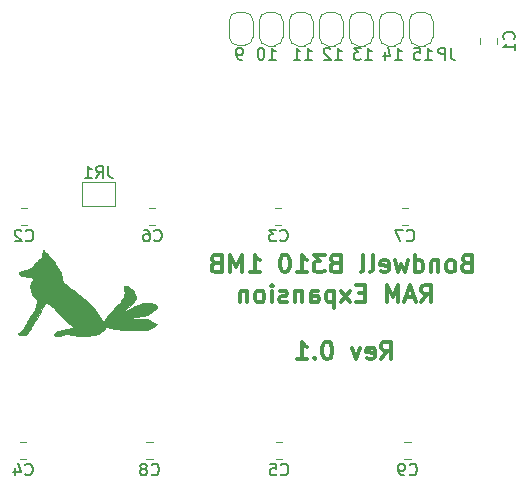
<source format=gbr>
%TF.GenerationSoftware,KiCad,Pcbnew,5.1.10*%
%TF.CreationDate,2021-12-22T00:08:39-07:00*%
%TF.ProjectId,Bondwell1MB,426f6e64-7765-46c6-9c31-4d422e6b6963,rev?*%
%TF.SameCoordinates,Original*%
%TF.FileFunction,Legend,Bot*%
%TF.FilePolarity,Positive*%
%FSLAX46Y46*%
G04 Gerber Fmt 4.6, Leading zero omitted, Abs format (unit mm)*
G04 Created by KiCad (PCBNEW 5.1.10) date 2021-12-22 00:08:39*
%MOMM*%
%LPD*%
G01*
G04 APERTURE LIST*
%ADD10C,0.300000*%
%ADD11C,0.150000*%
%ADD12C,0.010000*%
%ADD13C,0.120000*%
G04 APERTURE END LIST*
D10*
X112835142Y-102278571D02*
X113335142Y-101564285D01*
X113692285Y-102278571D02*
X113692285Y-100778571D01*
X113120857Y-100778571D01*
X112978000Y-100850000D01*
X112906571Y-100921428D01*
X112835142Y-101064285D01*
X112835142Y-101278571D01*
X112906571Y-101421428D01*
X112978000Y-101492857D01*
X113120857Y-101564285D01*
X113692285Y-101564285D01*
X111620857Y-102207142D02*
X111763714Y-102278571D01*
X112049428Y-102278571D01*
X112192285Y-102207142D01*
X112263714Y-102064285D01*
X112263714Y-101492857D01*
X112192285Y-101350000D01*
X112049428Y-101278571D01*
X111763714Y-101278571D01*
X111620857Y-101350000D01*
X111549428Y-101492857D01*
X111549428Y-101635714D01*
X112263714Y-101778571D01*
X111049428Y-101278571D02*
X110692285Y-102278571D01*
X110335142Y-101278571D01*
X108335142Y-100778571D02*
X108192285Y-100778571D01*
X108049428Y-100850000D01*
X107978000Y-100921428D01*
X107906571Y-101064285D01*
X107835142Y-101350000D01*
X107835142Y-101707142D01*
X107906571Y-101992857D01*
X107978000Y-102135714D01*
X108049428Y-102207142D01*
X108192285Y-102278571D01*
X108335142Y-102278571D01*
X108478000Y-102207142D01*
X108549428Y-102135714D01*
X108620857Y-101992857D01*
X108692285Y-101707142D01*
X108692285Y-101350000D01*
X108620857Y-101064285D01*
X108549428Y-100921428D01*
X108478000Y-100850000D01*
X108335142Y-100778571D01*
X107192285Y-102135714D02*
X107120857Y-102207142D01*
X107192285Y-102278571D01*
X107263714Y-102207142D01*
X107192285Y-102135714D01*
X107192285Y-102278571D01*
X105692285Y-102278571D02*
X106549428Y-102278571D01*
X106120857Y-102278571D02*
X106120857Y-100778571D01*
X106263714Y-100992857D01*
X106406571Y-101135714D01*
X106549428Y-101207142D01*
X120037428Y-94121857D02*
X119823142Y-94193285D01*
X119751714Y-94264714D01*
X119680285Y-94407571D01*
X119680285Y-94621857D01*
X119751714Y-94764714D01*
X119823142Y-94836142D01*
X119966000Y-94907571D01*
X120537428Y-94907571D01*
X120537428Y-93407571D01*
X120037428Y-93407571D01*
X119894571Y-93479000D01*
X119823142Y-93550428D01*
X119751714Y-93693285D01*
X119751714Y-93836142D01*
X119823142Y-93979000D01*
X119894571Y-94050428D01*
X120037428Y-94121857D01*
X120537428Y-94121857D01*
X118823142Y-94907571D02*
X118966000Y-94836142D01*
X119037428Y-94764714D01*
X119108857Y-94621857D01*
X119108857Y-94193285D01*
X119037428Y-94050428D01*
X118966000Y-93979000D01*
X118823142Y-93907571D01*
X118608857Y-93907571D01*
X118466000Y-93979000D01*
X118394571Y-94050428D01*
X118323142Y-94193285D01*
X118323142Y-94621857D01*
X118394571Y-94764714D01*
X118466000Y-94836142D01*
X118608857Y-94907571D01*
X118823142Y-94907571D01*
X117680285Y-93907571D02*
X117680285Y-94907571D01*
X117680285Y-94050428D02*
X117608857Y-93979000D01*
X117466000Y-93907571D01*
X117251714Y-93907571D01*
X117108857Y-93979000D01*
X117037428Y-94121857D01*
X117037428Y-94907571D01*
X115680285Y-94907571D02*
X115680285Y-93407571D01*
X115680285Y-94836142D02*
X115823142Y-94907571D01*
X116108857Y-94907571D01*
X116251714Y-94836142D01*
X116323142Y-94764714D01*
X116394571Y-94621857D01*
X116394571Y-94193285D01*
X116323142Y-94050428D01*
X116251714Y-93979000D01*
X116108857Y-93907571D01*
X115823142Y-93907571D01*
X115680285Y-93979000D01*
X115108857Y-93907571D02*
X114823142Y-94907571D01*
X114537428Y-94193285D01*
X114251714Y-94907571D01*
X113966000Y-93907571D01*
X112823142Y-94836142D02*
X112966000Y-94907571D01*
X113251714Y-94907571D01*
X113394571Y-94836142D01*
X113466000Y-94693285D01*
X113466000Y-94121857D01*
X113394571Y-93979000D01*
X113251714Y-93907571D01*
X112966000Y-93907571D01*
X112823142Y-93979000D01*
X112751714Y-94121857D01*
X112751714Y-94264714D01*
X113466000Y-94407571D01*
X111894571Y-94907571D02*
X112037428Y-94836142D01*
X112108857Y-94693285D01*
X112108857Y-93407571D01*
X111108857Y-94907571D02*
X111251714Y-94836142D01*
X111323142Y-94693285D01*
X111323142Y-93407571D01*
X108894571Y-94121857D02*
X108680285Y-94193285D01*
X108608857Y-94264714D01*
X108537428Y-94407571D01*
X108537428Y-94621857D01*
X108608857Y-94764714D01*
X108680285Y-94836142D01*
X108823142Y-94907571D01*
X109394571Y-94907571D01*
X109394571Y-93407571D01*
X108894571Y-93407571D01*
X108751714Y-93479000D01*
X108680285Y-93550428D01*
X108608857Y-93693285D01*
X108608857Y-93836142D01*
X108680285Y-93979000D01*
X108751714Y-94050428D01*
X108894571Y-94121857D01*
X109394571Y-94121857D01*
X108037428Y-93407571D02*
X107108857Y-93407571D01*
X107608857Y-93979000D01*
X107394571Y-93979000D01*
X107251714Y-94050428D01*
X107180285Y-94121857D01*
X107108857Y-94264714D01*
X107108857Y-94621857D01*
X107180285Y-94764714D01*
X107251714Y-94836142D01*
X107394571Y-94907571D01*
X107823142Y-94907571D01*
X107966000Y-94836142D01*
X108037428Y-94764714D01*
X105680285Y-94907571D02*
X106537428Y-94907571D01*
X106108857Y-94907571D02*
X106108857Y-93407571D01*
X106251714Y-93621857D01*
X106394571Y-93764714D01*
X106537428Y-93836142D01*
X104751714Y-93407571D02*
X104608857Y-93407571D01*
X104466000Y-93479000D01*
X104394571Y-93550428D01*
X104323142Y-93693285D01*
X104251714Y-93979000D01*
X104251714Y-94336142D01*
X104323142Y-94621857D01*
X104394571Y-94764714D01*
X104466000Y-94836142D01*
X104608857Y-94907571D01*
X104751714Y-94907571D01*
X104894571Y-94836142D01*
X104966000Y-94764714D01*
X105037428Y-94621857D01*
X105108857Y-94336142D01*
X105108857Y-93979000D01*
X105037428Y-93693285D01*
X104966000Y-93550428D01*
X104894571Y-93479000D01*
X104751714Y-93407571D01*
X101680285Y-94907571D02*
X102537428Y-94907571D01*
X102108857Y-94907571D02*
X102108857Y-93407571D01*
X102251714Y-93621857D01*
X102394571Y-93764714D01*
X102537428Y-93836142D01*
X101037428Y-94907571D02*
X101037428Y-93407571D01*
X100537428Y-94479000D01*
X100037428Y-93407571D01*
X100037428Y-94907571D01*
X98823142Y-94121857D02*
X98608857Y-94193285D01*
X98537428Y-94264714D01*
X98466000Y-94407571D01*
X98466000Y-94621857D01*
X98537428Y-94764714D01*
X98608857Y-94836142D01*
X98751714Y-94907571D01*
X99323142Y-94907571D01*
X99323142Y-93407571D01*
X98823142Y-93407571D01*
X98680285Y-93479000D01*
X98608857Y-93550428D01*
X98537428Y-93693285D01*
X98537428Y-93836142D01*
X98608857Y-93979000D01*
X98680285Y-94050428D01*
X98823142Y-94121857D01*
X99323142Y-94121857D01*
X116216000Y-97457571D02*
X116716000Y-96743285D01*
X117073142Y-97457571D02*
X117073142Y-95957571D01*
X116501714Y-95957571D01*
X116358857Y-96029000D01*
X116287428Y-96100428D01*
X116216000Y-96243285D01*
X116216000Y-96457571D01*
X116287428Y-96600428D01*
X116358857Y-96671857D01*
X116501714Y-96743285D01*
X117073142Y-96743285D01*
X115644571Y-97029000D02*
X114930285Y-97029000D01*
X115787428Y-97457571D02*
X115287428Y-95957571D01*
X114787428Y-97457571D01*
X114287428Y-97457571D02*
X114287428Y-95957571D01*
X113787428Y-97029000D01*
X113287428Y-95957571D01*
X113287428Y-97457571D01*
X111430285Y-96671857D02*
X110930285Y-96671857D01*
X110716000Y-97457571D02*
X111430285Y-97457571D01*
X111430285Y-95957571D01*
X110716000Y-95957571D01*
X110216000Y-97457571D02*
X109430285Y-96457571D01*
X110216000Y-96457571D02*
X109430285Y-97457571D01*
X108858857Y-96457571D02*
X108858857Y-97957571D01*
X108858857Y-96529000D02*
X108716000Y-96457571D01*
X108430285Y-96457571D01*
X108287428Y-96529000D01*
X108216000Y-96600428D01*
X108144571Y-96743285D01*
X108144571Y-97171857D01*
X108216000Y-97314714D01*
X108287428Y-97386142D01*
X108430285Y-97457571D01*
X108716000Y-97457571D01*
X108858857Y-97386142D01*
X106858857Y-97457571D02*
X106858857Y-96671857D01*
X106930285Y-96529000D01*
X107073142Y-96457571D01*
X107358857Y-96457571D01*
X107501714Y-96529000D01*
X106858857Y-97386142D02*
X107001714Y-97457571D01*
X107358857Y-97457571D01*
X107501714Y-97386142D01*
X107573142Y-97243285D01*
X107573142Y-97100428D01*
X107501714Y-96957571D01*
X107358857Y-96886142D01*
X107001714Y-96886142D01*
X106858857Y-96814714D01*
X106144571Y-96457571D02*
X106144571Y-97457571D01*
X106144571Y-96600428D02*
X106073142Y-96529000D01*
X105930285Y-96457571D01*
X105716000Y-96457571D01*
X105573142Y-96529000D01*
X105501714Y-96671857D01*
X105501714Y-97457571D01*
X104858857Y-97386142D02*
X104716000Y-97457571D01*
X104430285Y-97457571D01*
X104287428Y-97386142D01*
X104216000Y-97243285D01*
X104216000Y-97171857D01*
X104287428Y-97029000D01*
X104430285Y-96957571D01*
X104644571Y-96957571D01*
X104787428Y-96886142D01*
X104858857Y-96743285D01*
X104858857Y-96671857D01*
X104787428Y-96529000D01*
X104644571Y-96457571D01*
X104430285Y-96457571D01*
X104287428Y-96529000D01*
X103573142Y-97457571D02*
X103573142Y-96457571D01*
X103573142Y-95957571D02*
X103644571Y-96029000D01*
X103573142Y-96100428D01*
X103501714Y-96029000D01*
X103573142Y-95957571D01*
X103573142Y-96100428D01*
X102644571Y-97457571D02*
X102787428Y-97386142D01*
X102858857Y-97314714D01*
X102930285Y-97171857D01*
X102930285Y-96743285D01*
X102858857Y-96600428D01*
X102787428Y-96529000D01*
X102644571Y-96457571D01*
X102430285Y-96457571D01*
X102287428Y-96529000D01*
X102216000Y-96600428D01*
X102144571Y-96743285D01*
X102144571Y-97171857D01*
X102216000Y-97314714D01*
X102287428Y-97386142D01*
X102430285Y-97457571D01*
X102644571Y-97457571D01*
X101501714Y-96457571D02*
X101501714Y-97457571D01*
X101501714Y-96600428D02*
X101430285Y-96529000D01*
X101287428Y-96457571D01*
X101073142Y-96457571D01*
X100930285Y-96529000D01*
X100858857Y-96671857D01*
X100858857Y-97457571D01*
D11*
X118721142Y-75906380D02*
X118721142Y-76620666D01*
X118768761Y-76763523D01*
X118864000Y-76858761D01*
X119006857Y-76906380D01*
X119102095Y-76906380D01*
X118244952Y-76906380D02*
X118244952Y-75906380D01*
X117864000Y-75906380D01*
X117768761Y-75954000D01*
X117721142Y-76001619D01*
X117673523Y-76096857D01*
X117673523Y-76239714D01*
X117721142Y-76334952D01*
X117768761Y-76382571D01*
X117864000Y-76430190D01*
X118244952Y-76430190D01*
D12*
%TO.C,REF\u002A\u002A*%
G36*
X84198541Y-93067336D02*
G01*
X84176334Y-93142840D01*
X84162888Y-93223534D01*
X84146310Y-93359913D01*
X84129554Y-93498703D01*
X84122358Y-93558714D01*
X84106579Y-93652237D01*
X84080264Y-93700558D01*
X84031043Y-93722915D01*
X84014425Y-93726559D01*
X83953613Y-93757929D01*
X83863823Y-93827273D01*
X83757091Y-93922832D01*
X83645456Y-94032844D01*
X83540955Y-94145549D01*
X83455626Y-94249185D01*
X83409055Y-94318011D01*
X83346938Y-94422170D01*
X83297489Y-94487385D01*
X83243339Y-94531752D01*
X83167120Y-94573369D01*
X83161147Y-94576332D01*
X83035730Y-94630694D01*
X82873653Y-94690353D01*
X82696688Y-94748338D01*
X82526607Y-94797674D01*
X82385182Y-94831389D01*
X82341032Y-94839006D01*
X82249379Y-94856606D01*
X82203808Y-94883553D01*
X82186022Y-94932508D01*
X82184002Y-94947646D01*
X82200942Y-95052013D01*
X82274988Y-95134360D01*
X82401430Y-95190963D01*
X82520210Y-95213456D01*
X82693280Y-95236534D01*
X82878087Y-95267150D01*
X83057514Y-95301885D01*
X83214444Y-95337319D01*
X83331761Y-95370034D01*
X83365487Y-95382299D01*
X83473126Y-95426743D01*
X83326508Y-95583490D01*
X83247203Y-95672636D01*
X83196809Y-95747324D01*
X83164748Y-95830447D01*
X83140444Y-95944897D01*
X83129765Y-96009308D01*
X83124755Y-96142223D01*
X83141469Y-96309771D01*
X83175872Y-96487485D01*
X83223931Y-96650900D01*
X83243960Y-96701896D01*
X83300482Y-96803510D01*
X83386001Y-96923591D01*
X83482330Y-97036676D01*
X83485406Y-97039914D01*
X83575288Y-97137827D01*
X83628006Y-97209322D01*
X83653219Y-97272301D01*
X83660582Y-97344661D01*
X83660766Y-97364946D01*
X83650267Y-97475826D01*
X83623264Y-97610622D01*
X83598828Y-97697732D01*
X83561270Y-97823764D01*
X83530070Y-97945651D01*
X83516668Y-98010822D01*
X83487179Y-98096613D01*
X83424072Y-98220179D01*
X83334064Y-98369002D01*
X83283114Y-98445974D01*
X83117592Y-98690089D01*
X82984808Y-98887939D01*
X82880641Y-99046150D01*
X82800971Y-99171345D01*
X82741675Y-99270151D01*
X82698632Y-99349191D01*
X82667721Y-99415091D01*
X82646820Y-99468775D01*
X82559198Y-99671360D01*
X82457504Y-99817945D01*
X82335662Y-99916500D01*
X82286584Y-99941366D01*
X82173351Y-100008517D01*
X82117743Y-100078113D01*
X82118974Y-100141216D01*
X82176256Y-100188887D01*
X82288805Y-100212188D01*
X82310493Y-100213030D01*
X82431594Y-100220275D01*
X82549082Y-100234452D01*
X82567876Y-100237726D01*
X82667816Y-100243124D01*
X82747963Y-100208276D01*
X82766026Y-100194814D01*
X82840263Y-100119088D01*
X82933130Y-99997986D01*
X83035723Y-99844424D01*
X83139140Y-99671318D01*
X83186881Y-99584285D01*
X83258501Y-99457925D01*
X83338382Y-99328963D01*
X83383055Y-99262656D01*
X83464427Y-99147908D01*
X83553767Y-99021963D01*
X83588824Y-98972554D01*
X83727404Y-98758297D01*
X83869900Y-98504097D01*
X84004101Y-98232427D01*
X84063513Y-98098851D01*
X84169739Y-97867360D01*
X84265875Y-97693125D01*
X84350804Y-97577833D01*
X84423410Y-97523172D01*
X84447518Y-97518648D01*
X84574727Y-97546435D01*
X84727772Y-97627354D01*
X84901988Y-97757742D01*
X85092709Y-97933937D01*
X85295270Y-98152275D01*
X85376191Y-98247722D01*
X85496972Y-98386135D01*
X85645063Y-98544240D01*
X85810761Y-98712779D01*
X85984365Y-98882496D01*
X86156171Y-99044132D01*
X86316477Y-99188432D01*
X86455582Y-99306139D01*
X86563783Y-99387994D01*
X86587395Y-99403337D01*
X86691590Y-99470516D01*
X86746754Y-99516051D01*
X86760941Y-99548250D01*
X86748562Y-99569633D01*
X86689649Y-99602684D01*
X86573950Y-99640011D01*
X86399400Y-99682136D01*
X86163932Y-99729585D01*
X85999846Y-99759536D01*
X85821541Y-99798850D01*
X85639897Y-99852180D01*
X85469359Y-99913959D01*
X85324371Y-99978620D01*
X85219378Y-100040597D01*
X85180700Y-100075236D01*
X85151012Y-100146828D01*
X85149091Y-100200313D01*
X85158543Y-100236798D01*
X85183133Y-100259601D01*
X85236201Y-100272712D01*
X85331087Y-100280120D01*
X85429061Y-100284032D01*
X85565990Y-100286768D01*
X85653309Y-100281817D01*
X85705648Y-100266908D01*
X85737634Y-100239773D01*
X85740730Y-100235681D01*
X85797474Y-100203216D01*
X85904963Y-100179792D01*
X86050094Y-100165559D01*
X86219762Y-100160669D01*
X86400861Y-100165272D01*
X86580286Y-100179518D01*
X86744933Y-100203559D01*
X86832610Y-100223124D01*
X87146450Y-100281604D01*
X87515202Y-100306394D01*
X87938888Y-100297495D01*
X88051451Y-100290149D01*
X88320246Y-100260650D01*
X88579708Y-100213931D01*
X88812990Y-100153816D01*
X89003246Y-100084133D01*
X89043938Y-100064741D01*
X89130444Y-100003942D01*
X89221906Y-99914673D01*
X89260900Y-99867001D01*
X89333877Y-99770701D01*
X89402500Y-99683707D01*
X89429539Y-99651053D01*
X89494211Y-99575462D01*
X89986181Y-99657089D01*
X90289550Y-99706417D01*
X90544956Y-99744915D01*
X90767761Y-99773840D01*
X90973325Y-99794449D01*
X91177009Y-99808002D01*
X91394175Y-99815754D01*
X91640183Y-99818963D01*
X91930395Y-99818888D01*
X91960893Y-99818755D01*
X92243577Y-99816511D01*
X92470643Y-99812347D01*
X92650925Y-99805792D01*
X92793256Y-99796372D01*
X92906470Y-99783617D01*
X92999399Y-99767055D01*
X93021099Y-99762121D01*
X93320030Y-99665203D01*
X93568328Y-99528507D01*
X93708813Y-99412322D01*
X93845058Y-99279536D01*
X93464647Y-99093998D01*
X93307250Y-99019877D01*
X93156503Y-98953569D01*
X93029084Y-98902119D01*
X92941672Y-98872576D01*
X92938932Y-98871871D01*
X92854420Y-98859735D01*
X92710017Y-98850964D01*
X92504690Y-98845535D01*
X92237408Y-98843425D01*
X91907138Y-98844612D01*
X91775525Y-98845811D01*
X91527141Y-98848157D01*
X91301132Y-98849863D01*
X91105102Y-98850905D01*
X90946655Y-98851261D01*
X90833392Y-98850907D01*
X90772918Y-98849819D01*
X90764878Y-98848927D01*
X90797562Y-98843520D01*
X90885987Y-98832012D01*
X91021819Y-98815403D01*
X91196726Y-98794695D01*
X91402372Y-98770886D01*
X91630425Y-98744977D01*
X91640598Y-98743832D01*
X91960119Y-98707479D01*
X92124015Y-98687901D01*
X90197232Y-98687901D01*
X90191679Y-98697906D01*
X90157715Y-98725627D01*
X90100212Y-98767897D01*
X90077469Y-98771605D01*
X90075233Y-98760772D01*
X90100549Y-98737153D01*
X90147759Y-98710644D01*
X90197232Y-98687901D01*
X92124015Y-98687901D01*
X92223460Y-98676022D01*
X92322667Y-98662938D01*
X90268634Y-98662938D01*
X90252517Y-98679055D01*
X90236401Y-98662938D01*
X90252517Y-98646821D01*
X90268634Y-98662938D01*
X92322667Y-98662938D01*
X92438557Y-98647654D01*
X92547929Y-98630704D01*
X90333101Y-98630704D01*
X90316984Y-98646821D01*
X90300868Y-98630704D01*
X90316984Y-98614587D01*
X90333101Y-98630704D01*
X92547929Y-98630704D01*
X92613347Y-98620566D01*
X92727293Y-98598471D01*
X90397568Y-98598471D01*
X90381451Y-98614587D01*
X90365335Y-98598471D01*
X90381451Y-98582354D01*
X90397568Y-98598471D01*
X92727293Y-98598471D01*
X92755766Y-98592950D01*
X92873752Y-98562998D01*
X92975242Y-98528900D01*
X93068171Y-98488848D01*
X93160477Y-98441034D01*
X93260097Y-98383649D01*
X93284181Y-98369323D01*
X93450150Y-98260809D01*
X93601118Y-98144483D01*
X93727903Y-98029098D01*
X93821318Y-97923405D01*
X93872181Y-97836156D01*
X93878786Y-97802714D01*
X93849676Y-97756905D01*
X93761280Y-97696606D01*
X93631895Y-97630060D01*
X93374739Y-97531836D01*
X93127613Y-97490432D01*
X92873523Y-97504448D01*
X92667467Y-97550686D01*
X92324870Y-97656258D01*
X92004408Y-97773126D01*
X91690421Y-97908293D01*
X91367252Y-98068762D01*
X91019241Y-98261533D01*
X90833281Y-98370873D01*
X90697503Y-98450650D01*
X90580900Y-98516656D01*
X90494951Y-98562575D01*
X90451131Y-98582086D01*
X90449165Y-98582354D01*
X90432844Y-98580337D01*
X90435063Y-98570080D01*
X90463575Y-98545276D01*
X90526132Y-98499620D01*
X90630485Y-98426804D01*
X90696100Y-98381456D01*
X91022911Y-98151768D01*
X91296925Y-97949656D01*
X91521758Y-97771494D01*
X91701027Y-97613659D01*
X91838350Y-97472527D01*
X91937342Y-97344474D01*
X92001623Y-97225877D01*
X92034808Y-97113110D01*
X92041477Y-97033514D01*
X92015047Y-96797875D01*
X91938440Y-96589247D01*
X91815683Y-96418136D01*
X91799597Y-96402115D01*
X91665574Y-96295329D01*
X91497865Y-96193471D01*
X91320837Y-96109325D01*
X91158857Y-96055675D01*
X91126577Y-96049043D01*
X91072017Y-96038805D01*
X91036262Y-96037063D01*
X91018301Y-96053486D01*
X91017121Y-96097744D01*
X91031710Y-96179507D01*
X91061056Y-96308445D01*
X91087539Y-96422018D01*
X91115834Y-96630380D01*
X91095094Y-96822956D01*
X91022405Y-97022421D01*
X91006170Y-97055674D01*
X90910681Y-97212406D01*
X90777465Y-97386244D01*
X90622394Y-97558471D01*
X90461339Y-97710371D01*
X90426348Y-97739471D01*
X90308712Y-97845546D01*
X90169956Y-97987732D01*
X90020883Y-98153143D01*
X89872297Y-98328898D01*
X89735002Y-98502111D01*
X89619801Y-98659899D01*
X89537498Y-98789377D01*
X89522617Y-98817219D01*
X89441550Y-98950265D01*
X89360626Y-99032612D01*
X89285331Y-99060344D01*
X89222788Y-99031281D01*
X89188507Y-98982861D01*
X89134830Y-98892949D01*
X89071220Y-98777700D01*
X89044741Y-98727405D01*
X88893929Y-98467465D01*
X88708966Y-98205307D01*
X88486154Y-97937183D01*
X88221797Y-97659344D01*
X87912199Y-97368042D01*
X87553664Y-97059527D01*
X87142494Y-96730052D01*
X86868000Y-96520000D01*
X86602909Y-96318864D01*
X86385754Y-96150475D01*
X86211921Y-96010236D01*
X86076793Y-95893551D01*
X85975759Y-95795825D01*
X85904202Y-95712461D01*
X85857508Y-95638863D01*
X85831063Y-95570435D01*
X85820252Y-95502580D01*
X85819279Y-95475447D01*
X85801997Y-95287230D01*
X85758183Y-95079296D01*
X85695583Y-94883316D01*
X85648551Y-94777461D01*
X85587617Y-94674401D01*
X85501818Y-94547062D01*
X85408033Y-94420290D01*
X85392515Y-94400590D01*
X85306163Y-94285274D01*
X85231827Y-94173690D01*
X85182680Y-94085945D01*
X85175709Y-94069664D01*
X85134007Y-93997772D01*
X85057877Y-93898392D01*
X84960281Y-93787742D01*
X84904346Y-93730136D01*
X84772662Y-93596445D01*
X84627163Y-93444269D01*
X84494619Y-93301697D01*
X84466604Y-93270802D01*
X84373303Y-93171073D01*
X84293389Y-93092726D01*
X84237990Y-93046315D01*
X84221304Y-93038185D01*
X84198541Y-93067336D01*
G37*
X84198541Y-93067336D02*
X84176334Y-93142840D01*
X84162888Y-93223534D01*
X84146310Y-93359913D01*
X84129554Y-93498703D01*
X84122358Y-93558714D01*
X84106579Y-93652237D01*
X84080264Y-93700558D01*
X84031043Y-93722915D01*
X84014425Y-93726559D01*
X83953613Y-93757929D01*
X83863823Y-93827273D01*
X83757091Y-93922832D01*
X83645456Y-94032844D01*
X83540955Y-94145549D01*
X83455626Y-94249185D01*
X83409055Y-94318011D01*
X83346938Y-94422170D01*
X83297489Y-94487385D01*
X83243339Y-94531752D01*
X83167120Y-94573369D01*
X83161147Y-94576332D01*
X83035730Y-94630694D01*
X82873653Y-94690353D01*
X82696688Y-94748338D01*
X82526607Y-94797674D01*
X82385182Y-94831389D01*
X82341032Y-94839006D01*
X82249379Y-94856606D01*
X82203808Y-94883553D01*
X82186022Y-94932508D01*
X82184002Y-94947646D01*
X82200942Y-95052013D01*
X82274988Y-95134360D01*
X82401430Y-95190963D01*
X82520210Y-95213456D01*
X82693280Y-95236534D01*
X82878087Y-95267150D01*
X83057514Y-95301885D01*
X83214444Y-95337319D01*
X83331761Y-95370034D01*
X83365487Y-95382299D01*
X83473126Y-95426743D01*
X83326508Y-95583490D01*
X83247203Y-95672636D01*
X83196809Y-95747324D01*
X83164748Y-95830447D01*
X83140444Y-95944897D01*
X83129765Y-96009308D01*
X83124755Y-96142223D01*
X83141469Y-96309771D01*
X83175872Y-96487485D01*
X83223931Y-96650900D01*
X83243960Y-96701896D01*
X83300482Y-96803510D01*
X83386001Y-96923591D01*
X83482330Y-97036676D01*
X83485406Y-97039914D01*
X83575288Y-97137827D01*
X83628006Y-97209322D01*
X83653219Y-97272301D01*
X83660582Y-97344661D01*
X83660766Y-97364946D01*
X83650267Y-97475826D01*
X83623264Y-97610622D01*
X83598828Y-97697732D01*
X83561270Y-97823764D01*
X83530070Y-97945651D01*
X83516668Y-98010822D01*
X83487179Y-98096613D01*
X83424072Y-98220179D01*
X83334064Y-98369002D01*
X83283114Y-98445974D01*
X83117592Y-98690089D01*
X82984808Y-98887939D01*
X82880641Y-99046150D01*
X82800971Y-99171345D01*
X82741675Y-99270151D01*
X82698632Y-99349191D01*
X82667721Y-99415091D01*
X82646820Y-99468775D01*
X82559198Y-99671360D01*
X82457504Y-99817945D01*
X82335662Y-99916500D01*
X82286584Y-99941366D01*
X82173351Y-100008517D01*
X82117743Y-100078113D01*
X82118974Y-100141216D01*
X82176256Y-100188887D01*
X82288805Y-100212188D01*
X82310493Y-100213030D01*
X82431594Y-100220275D01*
X82549082Y-100234452D01*
X82567876Y-100237726D01*
X82667816Y-100243124D01*
X82747963Y-100208276D01*
X82766026Y-100194814D01*
X82840263Y-100119088D01*
X82933130Y-99997986D01*
X83035723Y-99844424D01*
X83139140Y-99671318D01*
X83186881Y-99584285D01*
X83258501Y-99457925D01*
X83338382Y-99328963D01*
X83383055Y-99262656D01*
X83464427Y-99147908D01*
X83553767Y-99021963D01*
X83588824Y-98972554D01*
X83727404Y-98758297D01*
X83869900Y-98504097D01*
X84004101Y-98232427D01*
X84063513Y-98098851D01*
X84169739Y-97867360D01*
X84265875Y-97693125D01*
X84350804Y-97577833D01*
X84423410Y-97523172D01*
X84447518Y-97518648D01*
X84574727Y-97546435D01*
X84727772Y-97627354D01*
X84901988Y-97757742D01*
X85092709Y-97933937D01*
X85295270Y-98152275D01*
X85376191Y-98247722D01*
X85496972Y-98386135D01*
X85645063Y-98544240D01*
X85810761Y-98712779D01*
X85984365Y-98882496D01*
X86156171Y-99044132D01*
X86316477Y-99188432D01*
X86455582Y-99306139D01*
X86563783Y-99387994D01*
X86587395Y-99403337D01*
X86691590Y-99470516D01*
X86746754Y-99516051D01*
X86760941Y-99548250D01*
X86748562Y-99569633D01*
X86689649Y-99602684D01*
X86573950Y-99640011D01*
X86399400Y-99682136D01*
X86163932Y-99729585D01*
X85999846Y-99759536D01*
X85821541Y-99798850D01*
X85639897Y-99852180D01*
X85469359Y-99913959D01*
X85324371Y-99978620D01*
X85219378Y-100040597D01*
X85180700Y-100075236D01*
X85151012Y-100146828D01*
X85149091Y-100200313D01*
X85158543Y-100236798D01*
X85183133Y-100259601D01*
X85236201Y-100272712D01*
X85331087Y-100280120D01*
X85429061Y-100284032D01*
X85565990Y-100286768D01*
X85653309Y-100281817D01*
X85705648Y-100266908D01*
X85737634Y-100239773D01*
X85740730Y-100235681D01*
X85797474Y-100203216D01*
X85904963Y-100179792D01*
X86050094Y-100165559D01*
X86219762Y-100160669D01*
X86400861Y-100165272D01*
X86580286Y-100179518D01*
X86744933Y-100203559D01*
X86832610Y-100223124D01*
X87146450Y-100281604D01*
X87515202Y-100306394D01*
X87938888Y-100297495D01*
X88051451Y-100290149D01*
X88320246Y-100260650D01*
X88579708Y-100213931D01*
X88812990Y-100153816D01*
X89003246Y-100084133D01*
X89043938Y-100064741D01*
X89130444Y-100003942D01*
X89221906Y-99914673D01*
X89260900Y-99867001D01*
X89333877Y-99770701D01*
X89402500Y-99683707D01*
X89429539Y-99651053D01*
X89494211Y-99575462D01*
X89986181Y-99657089D01*
X90289550Y-99706417D01*
X90544956Y-99744915D01*
X90767761Y-99773840D01*
X90973325Y-99794449D01*
X91177009Y-99808002D01*
X91394175Y-99815754D01*
X91640183Y-99818963D01*
X91930395Y-99818888D01*
X91960893Y-99818755D01*
X92243577Y-99816511D01*
X92470643Y-99812347D01*
X92650925Y-99805792D01*
X92793256Y-99796372D01*
X92906470Y-99783617D01*
X92999399Y-99767055D01*
X93021099Y-99762121D01*
X93320030Y-99665203D01*
X93568328Y-99528507D01*
X93708813Y-99412322D01*
X93845058Y-99279536D01*
X93464647Y-99093998D01*
X93307250Y-99019877D01*
X93156503Y-98953569D01*
X93029084Y-98902119D01*
X92941672Y-98872576D01*
X92938932Y-98871871D01*
X92854420Y-98859735D01*
X92710017Y-98850964D01*
X92504690Y-98845535D01*
X92237408Y-98843425D01*
X91907138Y-98844612D01*
X91775525Y-98845811D01*
X91527141Y-98848157D01*
X91301132Y-98849863D01*
X91105102Y-98850905D01*
X90946655Y-98851261D01*
X90833392Y-98850907D01*
X90772918Y-98849819D01*
X90764878Y-98848927D01*
X90797562Y-98843520D01*
X90885987Y-98832012D01*
X91021819Y-98815403D01*
X91196726Y-98794695D01*
X91402372Y-98770886D01*
X91630425Y-98744977D01*
X91640598Y-98743832D01*
X91960119Y-98707479D01*
X92124015Y-98687901D01*
X90197232Y-98687901D01*
X90191679Y-98697906D01*
X90157715Y-98725627D01*
X90100212Y-98767897D01*
X90077469Y-98771605D01*
X90075233Y-98760772D01*
X90100549Y-98737153D01*
X90147759Y-98710644D01*
X90197232Y-98687901D01*
X92124015Y-98687901D01*
X92223460Y-98676022D01*
X92322667Y-98662938D01*
X90268634Y-98662938D01*
X90252517Y-98679055D01*
X90236401Y-98662938D01*
X90252517Y-98646821D01*
X90268634Y-98662938D01*
X92322667Y-98662938D01*
X92438557Y-98647654D01*
X92547929Y-98630704D01*
X90333101Y-98630704D01*
X90316984Y-98646821D01*
X90300868Y-98630704D01*
X90316984Y-98614587D01*
X90333101Y-98630704D01*
X92547929Y-98630704D01*
X92613347Y-98620566D01*
X92727293Y-98598471D01*
X90397568Y-98598471D01*
X90381451Y-98614587D01*
X90365335Y-98598471D01*
X90381451Y-98582354D01*
X90397568Y-98598471D01*
X92727293Y-98598471D01*
X92755766Y-98592950D01*
X92873752Y-98562998D01*
X92975242Y-98528900D01*
X93068171Y-98488848D01*
X93160477Y-98441034D01*
X93260097Y-98383649D01*
X93284181Y-98369323D01*
X93450150Y-98260809D01*
X93601118Y-98144483D01*
X93727903Y-98029098D01*
X93821318Y-97923405D01*
X93872181Y-97836156D01*
X93878786Y-97802714D01*
X93849676Y-97756905D01*
X93761280Y-97696606D01*
X93631895Y-97630060D01*
X93374739Y-97531836D01*
X93127613Y-97490432D01*
X92873523Y-97504448D01*
X92667467Y-97550686D01*
X92324870Y-97656258D01*
X92004408Y-97773126D01*
X91690421Y-97908293D01*
X91367252Y-98068762D01*
X91019241Y-98261533D01*
X90833281Y-98370873D01*
X90697503Y-98450650D01*
X90580900Y-98516656D01*
X90494951Y-98562575D01*
X90451131Y-98582086D01*
X90449165Y-98582354D01*
X90432844Y-98580337D01*
X90435063Y-98570080D01*
X90463575Y-98545276D01*
X90526132Y-98499620D01*
X90630485Y-98426804D01*
X90696100Y-98381456D01*
X91022911Y-98151768D01*
X91296925Y-97949656D01*
X91521758Y-97771494D01*
X91701027Y-97613659D01*
X91838350Y-97472527D01*
X91937342Y-97344474D01*
X92001623Y-97225877D01*
X92034808Y-97113110D01*
X92041477Y-97033514D01*
X92015047Y-96797875D01*
X91938440Y-96589247D01*
X91815683Y-96418136D01*
X91799597Y-96402115D01*
X91665574Y-96295329D01*
X91497865Y-96193471D01*
X91320837Y-96109325D01*
X91158857Y-96055675D01*
X91126577Y-96049043D01*
X91072017Y-96038805D01*
X91036262Y-96037063D01*
X91018301Y-96053486D01*
X91017121Y-96097744D01*
X91031710Y-96179507D01*
X91061056Y-96308445D01*
X91087539Y-96422018D01*
X91115834Y-96630380D01*
X91095094Y-96822956D01*
X91022405Y-97022421D01*
X91006170Y-97055674D01*
X90910681Y-97212406D01*
X90777465Y-97386244D01*
X90622394Y-97558471D01*
X90461339Y-97710371D01*
X90426348Y-97739471D01*
X90308712Y-97845546D01*
X90169956Y-97987732D01*
X90020883Y-98153143D01*
X89872297Y-98328898D01*
X89735002Y-98502111D01*
X89619801Y-98659899D01*
X89537498Y-98789377D01*
X89522617Y-98817219D01*
X89441550Y-98950265D01*
X89360626Y-99032612D01*
X89285331Y-99060344D01*
X89222788Y-99031281D01*
X89188507Y-98982861D01*
X89134830Y-98892949D01*
X89071220Y-98777700D01*
X89044741Y-98727405D01*
X88893929Y-98467465D01*
X88708966Y-98205307D01*
X88486154Y-97937183D01*
X88221797Y-97659344D01*
X87912199Y-97368042D01*
X87553664Y-97059527D01*
X87142494Y-96730052D01*
X86868000Y-96520000D01*
X86602909Y-96318864D01*
X86385754Y-96150475D01*
X86211921Y-96010236D01*
X86076793Y-95893551D01*
X85975759Y-95795825D01*
X85904202Y-95712461D01*
X85857508Y-95638863D01*
X85831063Y-95570435D01*
X85820252Y-95502580D01*
X85819279Y-95475447D01*
X85801997Y-95287230D01*
X85758183Y-95079296D01*
X85695583Y-94883316D01*
X85648551Y-94777461D01*
X85587617Y-94674401D01*
X85501818Y-94547062D01*
X85408033Y-94420290D01*
X85392515Y-94400590D01*
X85306163Y-94285274D01*
X85231827Y-94173690D01*
X85182680Y-94085945D01*
X85175709Y-94069664D01*
X85134007Y-93997772D01*
X85057877Y-93898392D01*
X84960281Y-93787742D01*
X84904346Y-93730136D01*
X84772662Y-93596445D01*
X84627163Y-93444269D01*
X84494619Y-93301697D01*
X84466604Y-93270802D01*
X84373303Y-93171073D01*
X84293389Y-93092726D01*
X84237990Y-93046315D01*
X84221304Y-93038185D01*
X84198541Y-93067336D01*
D13*
%TO.C,15*%
X115205000Y-73610000D02*
X115205000Y-75010000D01*
X115905000Y-75710000D02*
X116505000Y-75710000D01*
X117205000Y-75010000D02*
X117205000Y-73610000D01*
X116505000Y-72910000D02*
X115905000Y-72910000D01*
X115905000Y-72910000D02*
G75*
G03*
X115205000Y-73610000I0J-700000D01*
G01*
X117205000Y-73610000D02*
G75*
G03*
X116505000Y-72910000I-700000J0D01*
G01*
X116505000Y-75710000D02*
G75*
G03*
X117205000Y-75010000I0J700000D01*
G01*
X115205000Y-75010000D02*
G75*
G03*
X115905000Y-75710000I700000J0D01*
G01*
%TO.C,14*%
X112665000Y-73610000D02*
X112665000Y-75010000D01*
X113365000Y-75710000D02*
X113965000Y-75710000D01*
X114665000Y-75010000D02*
X114665000Y-73610000D01*
X113965000Y-72910000D02*
X113365000Y-72910000D01*
X113365000Y-72910000D02*
G75*
G03*
X112665000Y-73610000I0J-700000D01*
G01*
X114665000Y-73610000D02*
G75*
G03*
X113965000Y-72910000I-700000J0D01*
G01*
X113965000Y-75710000D02*
G75*
G03*
X114665000Y-75010000I0J700000D01*
G01*
X112665000Y-75010000D02*
G75*
G03*
X113365000Y-75710000I700000J0D01*
G01*
%TO.C,13*%
X110125000Y-73610000D02*
X110125000Y-75010000D01*
X110825000Y-75710000D02*
X111425000Y-75710000D01*
X112125000Y-75010000D02*
X112125000Y-73610000D01*
X111425000Y-72910000D02*
X110825000Y-72910000D01*
X110825000Y-72910000D02*
G75*
G03*
X110125000Y-73610000I0J-700000D01*
G01*
X112125000Y-73610000D02*
G75*
G03*
X111425000Y-72910000I-700000J0D01*
G01*
X111425000Y-75710000D02*
G75*
G03*
X112125000Y-75010000I0J700000D01*
G01*
X110125000Y-75010000D02*
G75*
G03*
X110825000Y-75710000I700000J0D01*
G01*
%TO.C,12*%
X107585000Y-73610000D02*
X107585000Y-75010000D01*
X108285000Y-75710000D02*
X108885000Y-75710000D01*
X109585000Y-75010000D02*
X109585000Y-73610000D01*
X108885000Y-72910000D02*
X108285000Y-72910000D01*
X108285000Y-72910000D02*
G75*
G03*
X107585000Y-73610000I0J-700000D01*
G01*
X109585000Y-73610000D02*
G75*
G03*
X108885000Y-72910000I-700000J0D01*
G01*
X108885000Y-75710000D02*
G75*
G03*
X109585000Y-75010000I0J700000D01*
G01*
X107585000Y-75010000D02*
G75*
G03*
X108285000Y-75710000I700000J0D01*
G01*
%TO.C,11*%
X105045000Y-73610000D02*
X105045000Y-75010000D01*
X105745000Y-75710000D02*
X106345000Y-75710000D01*
X107045000Y-75010000D02*
X107045000Y-73610000D01*
X106345000Y-72910000D02*
X105745000Y-72910000D01*
X105745000Y-72910000D02*
G75*
G03*
X105045000Y-73610000I0J-700000D01*
G01*
X107045000Y-73610000D02*
G75*
G03*
X106345000Y-72910000I-700000J0D01*
G01*
X106345000Y-75710000D02*
G75*
G03*
X107045000Y-75010000I0J700000D01*
G01*
X105045000Y-75010000D02*
G75*
G03*
X105745000Y-75710000I700000J0D01*
G01*
%TO.C,10*%
X102505000Y-73610000D02*
X102505000Y-75010000D01*
X103205000Y-75710000D02*
X103805000Y-75710000D01*
X104505000Y-75010000D02*
X104505000Y-73610000D01*
X103805000Y-72910000D02*
X103205000Y-72910000D01*
X103205000Y-72910000D02*
G75*
G03*
X102505000Y-73610000I0J-700000D01*
G01*
X104505000Y-73610000D02*
G75*
G03*
X103805000Y-72910000I-700000J0D01*
G01*
X103805000Y-75710000D02*
G75*
G03*
X104505000Y-75010000I0J700000D01*
G01*
X102505000Y-75010000D02*
G75*
G03*
X103205000Y-75710000I700000J0D01*
G01*
%TO.C,9*%
X99965000Y-73595000D02*
X99965000Y-74995000D01*
X100665000Y-75695000D02*
X101265000Y-75695000D01*
X101965000Y-74995000D02*
X101965000Y-73595000D01*
X101265000Y-72895000D02*
X100665000Y-72895000D01*
X100665000Y-72895000D02*
G75*
G03*
X99965000Y-73595000I0J-700000D01*
G01*
X101965000Y-73595000D02*
G75*
G03*
X101265000Y-72895000I-700000J0D01*
G01*
X101265000Y-75695000D02*
G75*
G03*
X101965000Y-74995000I0J700000D01*
G01*
X99965000Y-74995000D02*
G75*
G03*
X100665000Y-75695000I700000J0D01*
G01*
%TO.C,JR1*%
X90300000Y-87265000D02*
X87500000Y-87265000D01*
X87500000Y-87265000D02*
X87500000Y-89265000D01*
X87500000Y-89265000D02*
X90300000Y-89265000D01*
X90300000Y-89265000D02*
X90300000Y-87265000D01*
%TO.C,C9*%
X114800748Y-109247000D02*
X115323252Y-109247000D01*
X114800748Y-110717000D02*
X115323252Y-110717000D01*
%TO.C,C8*%
X92956748Y-109247000D02*
X93479252Y-109247000D01*
X92956748Y-110717000D02*
X93479252Y-110717000D01*
%TO.C,C7*%
X114568248Y-89435000D02*
X115090752Y-89435000D01*
X114568248Y-90905000D02*
X115090752Y-90905000D01*
%TO.C,C6*%
X93189248Y-89435000D02*
X93711752Y-89435000D01*
X93189248Y-90905000D02*
X93711752Y-90905000D01*
%TO.C,C5*%
X103900248Y-109247000D02*
X104422752Y-109247000D01*
X103900248Y-110717000D02*
X104422752Y-110717000D01*
%TO.C,C4*%
X82267248Y-109247000D02*
X82789752Y-109247000D01*
X82267248Y-110717000D02*
X82789752Y-110717000D01*
%TO.C,C3*%
X103857248Y-89435000D02*
X104379752Y-89435000D01*
X103857248Y-90905000D02*
X104379752Y-90905000D01*
%TO.C,C2*%
X82310248Y-89435000D02*
X82832752Y-89435000D01*
X82310248Y-90905000D02*
X82832752Y-90905000D01*
%TO.C,C1*%
X121185000Y-75593752D02*
X121185000Y-75071248D01*
X122655000Y-75593752D02*
X122655000Y-75071248D01*
%TO.C,15*%
D11*
X116522476Y-76906380D02*
X117093904Y-76906380D01*
X116808190Y-76906380D02*
X116808190Y-75906380D01*
X116903428Y-76049238D01*
X116998666Y-76144476D01*
X117093904Y-76192095D01*
X115617714Y-75906380D02*
X116093904Y-75906380D01*
X116141523Y-76382571D01*
X116093904Y-76334952D01*
X115998666Y-76287333D01*
X115760571Y-76287333D01*
X115665333Y-76334952D01*
X115617714Y-76382571D01*
X115570095Y-76477809D01*
X115570095Y-76715904D01*
X115617714Y-76811142D01*
X115665333Y-76858761D01*
X115760571Y-76906380D01*
X115998666Y-76906380D01*
X116093904Y-76858761D01*
X116141523Y-76811142D01*
%TO.C,14*%
X113982476Y-76906380D02*
X114553904Y-76906380D01*
X114268190Y-76906380D02*
X114268190Y-75906380D01*
X114363428Y-76049238D01*
X114458666Y-76144476D01*
X114553904Y-76192095D01*
X113125333Y-76239714D02*
X113125333Y-76906380D01*
X113363428Y-75858761D02*
X113601523Y-76573047D01*
X112982476Y-76573047D01*
%TO.C,13*%
X111442476Y-76906380D02*
X112013904Y-76906380D01*
X111728190Y-76906380D02*
X111728190Y-75906380D01*
X111823428Y-76049238D01*
X111918666Y-76144476D01*
X112013904Y-76192095D01*
X111109142Y-75906380D02*
X110490095Y-75906380D01*
X110823428Y-76287333D01*
X110680571Y-76287333D01*
X110585333Y-76334952D01*
X110537714Y-76382571D01*
X110490095Y-76477809D01*
X110490095Y-76715904D01*
X110537714Y-76811142D01*
X110585333Y-76858761D01*
X110680571Y-76906380D01*
X110966285Y-76906380D01*
X111061523Y-76858761D01*
X111109142Y-76811142D01*
%TO.C,12*%
X108902476Y-76906380D02*
X109473904Y-76906380D01*
X109188190Y-76906380D02*
X109188190Y-75906380D01*
X109283428Y-76049238D01*
X109378666Y-76144476D01*
X109473904Y-76192095D01*
X108521523Y-76001619D02*
X108473904Y-75954000D01*
X108378666Y-75906380D01*
X108140571Y-75906380D01*
X108045333Y-75954000D01*
X107997714Y-76001619D01*
X107950095Y-76096857D01*
X107950095Y-76192095D01*
X107997714Y-76334952D01*
X108569142Y-76906380D01*
X107950095Y-76906380D01*
%TO.C,11*%
X106362476Y-76906380D02*
X106933904Y-76906380D01*
X106648190Y-76906380D02*
X106648190Y-75906380D01*
X106743428Y-76049238D01*
X106838666Y-76144476D01*
X106933904Y-76192095D01*
X105410095Y-76906380D02*
X105981523Y-76906380D01*
X105695809Y-76906380D02*
X105695809Y-75906380D01*
X105791047Y-76049238D01*
X105886285Y-76144476D01*
X105981523Y-76192095D01*
%TO.C,10*%
X103314476Y-76906380D02*
X103885904Y-76906380D01*
X103600190Y-76906380D02*
X103600190Y-75906380D01*
X103695428Y-76049238D01*
X103790666Y-76144476D01*
X103885904Y-76192095D01*
X102695428Y-75906380D02*
X102600190Y-75906380D01*
X102504952Y-75954000D01*
X102457333Y-76001619D01*
X102409714Y-76096857D01*
X102362095Y-76287333D01*
X102362095Y-76525428D01*
X102409714Y-76715904D01*
X102457333Y-76811142D01*
X102504952Y-76858761D01*
X102600190Y-76906380D01*
X102695428Y-76906380D01*
X102790666Y-76858761D01*
X102838285Y-76811142D01*
X102885904Y-76715904D01*
X102933523Y-76525428D01*
X102933523Y-76287333D01*
X102885904Y-76096857D01*
X102838285Y-76001619D01*
X102790666Y-75954000D01*
X102695428Y-75906380D01*
%TO.C,9*%
X101028476Y-76906380D02*
X100838000Y-76906380D01*
X100742761Y-76858761D01*
X100695142Y-76811142D01*
X100599904Y-76668285D01*
X100552285Y-76477809D01*
X100552285Y-76096857D01*
X100599904Y-76001619D01*
X100647523Y-75954000D01*
X100742761Y-75906380D01*
X100933238Y-75906380D01*
X101028476Y-75954000D01*
X101076095Y-76001619D01*
X101123714Y-76096857D01*
X101123714Y-76334952D01*
X101076095Y-76430190D01*
X101028476Y-76477809D01*
X100933238Y-76525428D01*
X100742761Y-76525428D01*
X100647523Y-76477809D01*
X100599904Y-76430190D01*
X100552285Y-76334952D01*
%TO.C,JR1*%
X89733333Y-85917380D02*
X89733333Y-86631666D01*
X89780952Y-86774523D01*
X89876190Y-86869761D01*
X90019047Y-86917380D01*
X90114285Y-86917380D01*
X88685714Y-86917380D02*
X89019047Y-86441190D01*
X89257142Y-86917380D02*
X89257142Y-85917380D01*
X88876190Y-85917380D01*
X88780952Y-85965000D01*
X88733333Y-86012619D01*
X88685714Y-86107857D01*
X88685714Y-86250714D01*
X88733333Y-86345952D01*
X88780952Y-86393571D01*
X88876190Y-86441190D01*
X89257142Y-86441190D01*
X87733333Y-86917380D02*
X88304761Y-86917380D01*
X88019047Y-86917380D02*
X88019047Y-85917380D01*
X88114285Y-86060238D01*
X88209523Y-86155476D01*
X88304761Y-86203095D01*
%TO.C,C9*%
X115228666Y-112019142D02*
X115276285Y-112066761D01*
X115419142Y-112114380D01*
X115514380Y-112114380D01*
X115657238Y-112066761D01*
X115752476Y-111971523D01*
X115800095Y-111876285D01*
X115847714Y-111685809D01*
X115847714Y-111542952D01*
X115800095Y-111352476D01*
X115752476Y-111257238D01*
X115657238Y-111162000D01*
X115514380Y-111114380D01*
X115419142Y-111114380D01*
X115276285Y-111162000D01*
X115228666Y-111209619D01*
X114752476Y-112114380D02*
X114562000Y-112114380D01*
X114466761Y-112066761D01*
X114419142Y-112019142D01*
X114323904Y-111876285D01*
X114276285Y-111685809D01*
X114276285Y-111304857D01*
X114323904Y-111209619D01*
X114371523Y-111162000D01*
X114466761Y-111114380D01*
X114657238Y-111114380D01*
X114752476Y-111162000D01*
X114800095Y-111209619D01*
X114847714Y-111304857D01*
X114847714Y-111542952D01*
X114800095Y-111638190D01*
X114752476Y-111685809D01*
X114657238Y-111733428D01*
X114466761Y-111733428D01*
X114371523Y-111685809D01*
X114323904Y-111638190D01*
X114276285Y-111542952D01*
%TO.C,C8*%
X93384666Y-112019142D02*
X93432285Y-112066761D01*
X93575142Y-112114380D01*
X93670380Y-112114380D01*
X93813238Y-112066761D01*
X93908476Y-111971523D01*
X93956095Y-111876285D01*
X94003714Y-111685809D01*
X94003714Y-111542952D01*
X93956095Y-111352476D01*
X93908476Y-111257238D01*
X93813238Y-111162000D01*
X93670380Y-111114380D01*
X93575142Y-111114380D01*
X93432285Y-111162000D01*
X93384666Y-111209619D01*
X92813238Y-111542952D02*
X92908476Y-111495333D01*
X92956095Y-111447714D01*
X93003714Y-111352476D01*
X93003714Y-111304857D01*
X92956095Y-111209619D01*
X92908476Y-111162000D01*
X92813238Y-111114380D01*
X92622761Y-111114380D01*
X92527523Y-111162000D01*
X92479904Y-111209619D01*
X92432285Y-111304857D01*
X92432285Y-111352476D01*
X92479904Y-111447714D01*
X92527523Y-111495333D01*
X92622761Y-111542952D01*
X92813238Y-111542952D01*
X92908476Y-111590571D01*
X92956095Y-111638190D01*
X93003714Y-111733428D01*
X93003714Y-111923904D01*
X92956095Y-112019142D01*
X92908476Y-112066761D01*
X92813238Y-112114380D01*
X92622761Y-112114380D01*
X92527523Y-112066761D01*
X92479904Y-112019142D01*
X92432285Y-111923904D01*
X92432285Y-111733428D01*
X92479904Y-111638190D01*
X92527523Y-111590571D01*
X92622761Y-111542952D01*
%TO.C,C7*%
X114996166Y-92207142D02*
X115043785Y-92254761D01*
X115186642Y-92302380D01*
X115281880Y-92302380D01*
X115424738Y-92254761D01*
X115519976Y-92159523D01*
X115567595Y-92064285D01*
X115615214Y-91873809D01*
X115615214Y-91730952D01*
X115567595Y-91540476D01*
X115519976Y-91445238D01*
X115424738Y-91350000D01*
X115281880Y-91302380D01*
X115186642Y-91302380D01*
X115043785Y-91350000D01*
X114996166Y-91397619D01*
X114662833Y-91302380D02*
X113996166Y-91302380D01*
X114424738Y-92302380D01*
%TO.C,C6*%
X93617166Y-92207142D02*
X93664785Y-92254761D01*
X93807642Y-92302380D01*
X93902880Y-92302380D01*
X94045738Y-92254761D01*
X94140976Y-92159523D01*
X94188595Y-92064285D01*
X94236214Y-91873809D01*
X94236214Y-91730952D01*
X94188595Y-91540476D01*
X94140976Y-91445238D01*
X94045738Y-91350000D01*
X93902880Y-91302380D01*
X93807642Y-91302380D01*
X93664785Y-91350000D01*
X93617166Y-91397619D01*
X92760023Y-91302380D02*
X92950500Y-91302380D01*
X93045738Y-91350000D01*
X93093357Y-91397619D01*
X93188595Y-91540476D01*
X93236214Y-91730952D01*
X93236214Y-92111904D01*
X93188595Y-92207142D01*
X93140976Y-92254761D01*
X93045738Y-92302380D01*
X92855261Y-92302380D01*
X92760023Y-92254761D01*
X92712404Y-92207142D01*
X92664785Y-92111904D01*
X92664785Y-91873809D01*
X92712404Y-91778571D01*
X92760023Y-91730952D01*
X92855261Y-91683333D01*
X93045738Y-91683333D01*
X93140976Y-91730952D01*
X93188595Y-91778571D01*
X93236214Y-91873809D01*
%TO.C,C5*%
X104328166Y-112019142D02*
X104375785Y-112066761D01*
X104518642Y-112114380D01*
X104613880Y-112114380D01*
X104756738Y-112066761D01*
X104851976Y-111971523D01*
X104899595Y-111876285D01*
X104947214Y-111685809D01*
X104947214Y-111542952D01*
X104899595Y-111352476D01*
X104851976Y-111257238D01*
X104756738Y-111162000D01*
X104613880Y-111114380D01*
X104518642Y-111114380D01*
X104375785Y-111162000D01*
X104328166Y-111209619D01*
X103423404Y-111114380D02*
X103899595Y-111114380D01*
X103947214Y-111590571D01*
X103899595Y-111542952D01*
X103804357Y-111495333D01*
X103566261Y-111495333D01*
X103471023Y-111542952D01*
X103423404Y-111590571D01*
X103375785Y-111685809D01*
X103375785Y-111923904D01*
X103423404Y-112019142D01*
X103471023Y-112066761D01*
X103566261Y-112114380D01*
X103804357Y-112114380D01*
X103899595Y-112066761D01*
X103947214Y-112019142D01*
%TO.C,C4*%
X82695166Y-112019142D02*
X82742785Y-112066761D01*
X82885642Y-112114380D01*
X82980880Y-112114380D01*
X83123738Y-112066761D01*
X83218976Y-111971523D01*
X83266595Y-111876285D01*
X83314214Y-111685809D01*
X83314214Y-111542952D01*
X83266595Y-111352476D01*
X83218976Y-111257238D01*
X83123738Y-111162000D01*
X82980880Y-111114380D01*
X82885642Y-111114380D01*
X82742785Y-111162000D01*
X82695166Y-111209619D01*
X81838023Y-111447714D02*
X81838023Y-112114380D01*
X82076119Y-111066761D02*
X82314214Y-111781047D01*
X81695166Y-111781047D01*
%TO.C,C3*%
X104285166Y-92207142D02*
X104332785Y-92254761D01*
X104475642Y-92302380D01*
X104570880Y-92302380D01*
X104713738Y-92254761D01*
X104808976Y-92159523D01*
X104856595Y-92064285D01*
X104904214Y-91873809D01*
X104904214Y-91730952D01*
X104856595Y-91540476D01*
X104808976Y-91445238D01*
X104713738Y-91350000D01*
X104570880Y-91302380D01*
X104475642Y-91302380D01*
X104332785Y-91350000D01*
X104285166Y-91397619D01*
X103951833Y-91302380D02*
X103332785Y-91302380D01*
X103666119Y-91683333D01*
X103523261Y-91683333D01*
X103428023Y-91730952D01*
X103380404Y-91778571D01*
X103332785Y-91873809D01*
X103332785Y-92111904D01*
X103380404Y-92207142D01*
X103428023Y-92254761D01*
X103523261Y-92302380D01*
X103808976Y-92302380D01*
X103904214Y-92254761D01*
X103951833Y-92207142D01*
%TO.C,C2*%
X82738166Y-92207142D02*
X82785785Y-92254761D01*
X82928642Y-92302380D01*
X83023880Y-92302380D01*
X83166738Y-92254761D01*
X83261976Y-92159523D01*
X83309595Y-92064285D01*
X83357214Y-91873809D01*
X83357214Y-91730952D01*
X83309595Y-91540476D01*
X83261976Y-91445238D01*
X83166738Y-91350000D01*
X83023880Y-91302380D01*
X82928642Y-91302380D01*
X82785785Y-91350000D01*
X82738166Y-91397619D01*
X82357214Y-91397619D02*
X82309595Y-91350000D01*
X82214357Y-91302380D01*
X81976261Y-91302380D01*
X81881023Y-91350000D01*
X81833404Y-91397619D01*
X81785785Y-91492857D01*
X81785785Y-91588095D01*
X81833404Y-91730952D01*
X82404833Y-92302380D01*
X81785785Y-92302380D01*
%TO.C,C1*%
X124055142Y-75165833D02*
X124102761Y-75118214D01*
X124150380Y-74975357D01*
X124150380Y-74880119D01*
X124102761Y-74737261D01*
X124007523Y-74642023D01*
X123912285Y-74594404D01*
X123721809Y-74546785D01*
X123578952Y-74546785D01*
X123388476Y-74594404D01*
X123293238Y-74642023D01*
X123198000Y-74737261D01*
X123150380Y-74880119D01*
X123150380Y-74975357D01*
X123198000Y-75118214D01*
X123245619Y-75165833D01*
X124150380Y-76118214D02*
X124150380Y-75546785D01*
X124150380Y-75832500D02*
X123150380Y-75832500D01*
X123293238Y-75737261D01*
X123388476Y-75642023D01*
X123436095Y-75546785D01*
%TD*%
M02*

</source>
